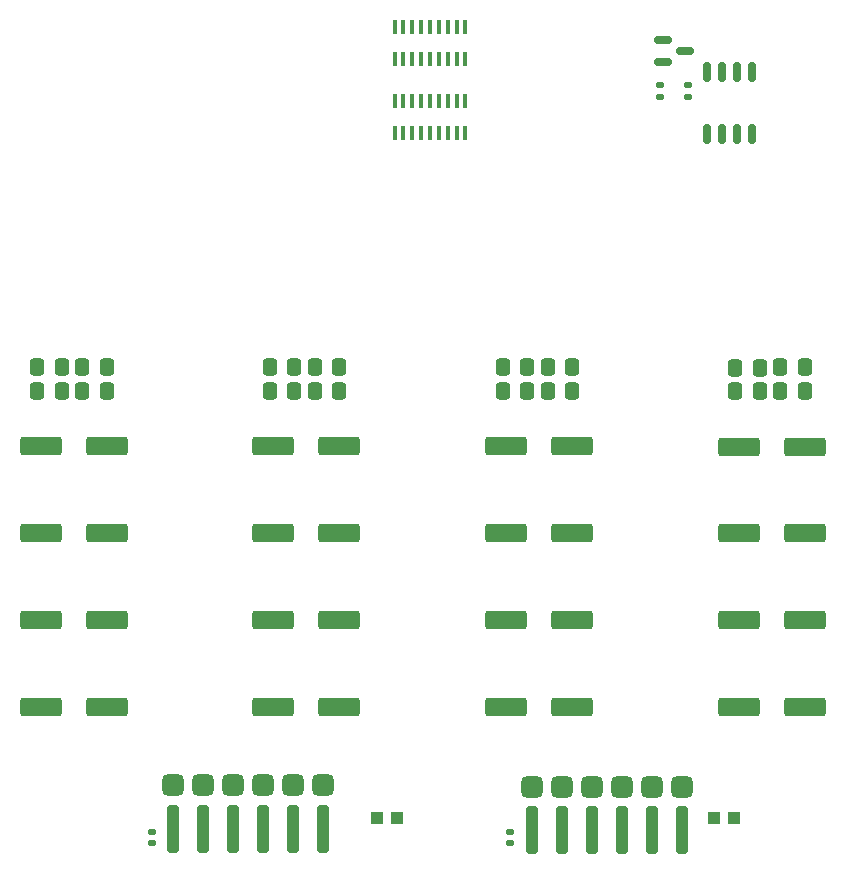
<source format=gbp>
G04 Layer: BottomSilkscreenLayer*
G04 EasyEDA v6.5.25, 2023-03-20 21:11:36*
**********************************至少这一行要换成自己的************************************
G04 Gerber Generator version 0.2*
G04 Scale: 100 percent, Rotated: No, Reflected: No *
G04 Dimensions in millimeters  *
G04 leading zeros omitted , absolute positions ,3 integer and 6 decimal *
G04 #@! TF.GenerationSoftware,KiCad,Pcbnew,7.0.9*
G04 #@! TF.CreationDate,2024-04-10T09:45:46+08:00*
G04 #@! TF.ProjectId,6__ 2.5_NAS,36d84d20-322e-435f-984e-41532e6b6963,0.3*
G04 #@! TF.SameCoordinates,PXbbc77c0PY26f37c0*
G04 #@! TF.FileFunction,Paste,Bot*
G04 #@! TF.FilePolarity,Positive*
%FSLAX45Y45*%
G04 Gerber Fmt 4.5, Leading zero omitted, Abs format (unit mm)*
G04 Created by KiCad (PCBNEW 7.0.9) date 2024-04-10 09:45:46*
%MOMM*%
%LPD*%
G01*
G04 APERTURE LIST*
G04 Aperture macros list*
%AMRoundRect*
0 Rectangle with rounded corners*
0 $1 Rounding radius*
0 $2 $3 $4 $5 $6 $7 $8 $9 X,Y pos of 4 corners*
0 Add a 4 corners polygon primitive as box body*
4,1,4,$2,$3,$4,$5,$6,$7,$8,$9,$2,$3,0*
0 Add four circle primitives for the rounded corners*
1,1,$1+$1,$2,$3*
1,1,$1+$1,$4,$5*
1,1,$1+$1,$6,$7*
1,1,$1+$1,$8,$9*
0 Add four rect primitives between the rounded corners*
20,1,$1+$1,$2,$3,$4,$5,0*
20,1,$1+$1,$4,$5,$6,$7,0*
20,1,$1+$1,$6,$7,$8,$9,0*
20,1,$1+$1,$8,$9,$2,$3,0*%
G04 Aperture macros list end*
%ADD10RoundRect,0.147500X-0.172500X0.147500X-0.172500X-0.147500X0.172500X-0.147500X0.172500X0.147500X0*%
%ADD11R,1.000000X1.000000*%
%ADD12RoundRect,0.150000X-0.150000X0.675000X-0.150000X-0.675000X0.150000X-0.675000X0.150000X0.675000X0*%
%ADD13RoundRect,0.150000X-0.587500X-0.150000X0.587500X-0.150000X0.587500X0.150000X-0.587500X0.150000X0*%
%ADD14RoundRect,0.250000X1.500000X0.550000X-1.500000X0.550000X-1.500000X-0.550000X1.500000X-0.550000X0*%
%ADD15RoundRect,0.250000X-0.337500X-0.475000X0.337500X-0.475000X0.337500X0.475000X-0.337500X0.475000X0*%
%ADD16R,0.350000X1.200000*%
%ADD17RoundRect,0.250000X0.337500X0.475000X-0.337500X0.475000X-0.337500X-0.475000X0.337500X-0.475000X0*%
%ADD18RoundRect,0.254000X-0.254000X-1.752600X0.254000X-1.752600X0.254000X1.752600X-0.254000X1.752600X0*%
%ADD19RoundRect,0.457200X-0.457200X-0.457200X0.457200X-0.457200X0.457200X0.457200X-0.457200X0.457200X0*%
G04 APERTURE END LIST*
D10*
G04 #@! TO.C,200R*
X2783840Y388380D03*
X2783840Y485380D03*
G04 #@! TD*
G04 #@! TO.C,4K*
X3017520Y387200D03*
X3017520Y484200D03*
G04 #@! TD*
G04 #@! TO.C,R4*
X1513840Y-5933680D03*
X1513840Y-5836680D03*
G04 #@! TD*
G04 #@! TO.C,R1*
X-1518920Y-5933680D03*
X-1518920Y-5836680D03*
G04 #@! TD*
D11*
G04 #@! TO.C,R5*
X3404780Y-5722620D03*
X3234780Y-5722620D03*
G04 #@! TD*
G04 #@! TO.C,R5*
X382360Y-5722620D03*
X552360Y-5722620D03*
G04 #@! TD*
D12*
G04 #@! TO.C,REF\u002A\u002A*
X3180080Y600320D03*
X3307080Y600320D03*
X3434080Y600320D03*
X3561080Y600320D03*
X3561080Y75320D03*
X3434080Y75320D03*
X3307080Y75320D03*
X3180080Y75320D03*
G04 #@! TD*
D13*
G04 #@! TO.C,REF\u002A\u002A*
X2806930Y679700D03*
X2806930Y869700D03*
X2994430Y774700D03*
G04 #@! TD*
D14*
G04 #@! TO.C,C35*
X66640Y-4777740D03*
X-493360Y-4777740D03*
G04 #@! TD*
D15*
G04 #@! TO.C,C22*
X1448190Y-2105660D03*
X1655690Y-2105660D03*
G04 #@! TD*
D14*
G04 #@! TO.C,C36*
X66640Y-3307080D03*
X-493360Y-3307080D03*
G04 #@! TD*
G04 #@! TO.C,C6*
X4006180Y-2575560D03*
X3446180Y-2575560D03*
G04 #@! TD*
D16*
G04 #@! TO.C,J3*
X1133120Y81820D03*
X1058120Y81820D03*
X983120Y81820D03*
X908120Y81820D03*
X833120Y81820D03*
X758120Y81820D03*
X683120Y81820D03*
X608120Y81820D03*
X533120Y81820D03*
X1133120Y351820D03*
X1058120Y351820D03*
X983120Y351820D03*
X908120Y351820D03*
X833120Y351820D03*
X758120Y351820D03*
X683120Y351820D03*
X608120Y351820D03*
X533120Y351820D03*
X1133120Y704820D03*
X1058120Y704820D03*
X983120Y704820D03*
X908120Y704820D03*
X833120Y704820D03*
X758120Y704820D03*
X683120Y704820D03*
X608120Y704820D03*
X533120Y704820D03*
X1133120Y974820D03*
X1058120Y974820D03*
X983120Y974820D03*
X908120Y974820D03*
X833120Y974820D03*
X758120Y974820D03*
X683120Y974820D03*
X608120Y974820D03*
X533120Y974820D03*
G04 #@! TD*
D15*
G04 #@! TO.C,C14*
X1448580Y-1902460D03*
X1656080Y-1902460D03*
G04 #@! TD*
D17*
G04 #@! TO.C,C20*
X-1902850Y-1902460D03*
X-2110350Y-1902460D03*
G04 #@! TD*
D15*
G04 #@! TO.C,C24*
X3416690Y-2106940D03*
X3624190Y-2106940D03*
G04 #@! TD*
D14*
G04 #@! TO.C,C5*
X4008720Y-4043680D03*
X3448720Y-4043680D03*
G04 #@! TD*
G04 #@! TO.C,C38*
X4006180Y-3309620D03*
X3446180Y-3309620D03*
G04 #@! TD*
G04 #@! TO.C,C3*
X66640Y-4041140D03*
X-493360Y-4041140D03*
G04 #@! TD*
D15*
G04 #@! TO.C,C16*
X3416690Y-1905000D03*
X3624190Y-1905000D03*
G04 #@! TD*
D17*
G04 #@! TO.C,C48*
X4007340Y-1903740D03*
X3799840Y-1903740D03*
G04 #@! TD*
D14*
G04 #@! TO.C,C8*
X2037680Y-2573020D03*
X1477680Y-2573020D03*
G04 #@! TD*
D18*
G04 #@! TO.C,U1*
X-68580Y-5811876D03*
D19*
X-68580Y-5442864D03*
D18*
X-322580Y-5811876D03*
D19*
X-322580Y-5442864D03*
D18*
X-576580Y-5811876D03*
D19*
X-576580Y-5442864D03*
D18*
X-830580Y-5811876D03*
D19*
X-830580Y-5442864D03*
D18*
X-1084580Y-5811876D03*
D19*
X-1084580Y-5442864D03*
D18*
X-1338580Y-5811876D03*
D19*
X-1338580Y-5442864D03*
G04 #@! TD*
D15*
G04 #@! TO.C,C42*
X-522850Y-1902460D03*
X-315350Y-1902460D03*
G04 #@! TD*
G04 #@! TO.C,C44*
X-2491350Y-1902460D03*
X-2283850Y-1902460D03*
G04 #@! TD*
D17*
G04 #@! TO.C,C12*
X-1902850Y-2103120D03*
X-2110350Y-2103120D03*
G04 #@! TD*
D14*
G04 #@! TO.C,C39*
X2037680Y-4777740D03*
X1477680Y-4777740D03*
G04 #@! TD*
D17*
G04 #@! TO.C,C26*
X65650Y-2103120D03*
X-141850Y-2103120D03*
G04 #@! TD*
D14*
G04 #@! TO.C,C7*
X2039512Y-4041140D03*
X1479512Y-4041140D03*
G04 #@! TD*
D17*
G04 #@! TO.C,C46*
X2036690Y-2105660D03*
X1829190Y-2105660D03*
G04 #@! TD*
D14*
G04 #@! TO.C,C40*
X2037680Y-3307080D03*
X1477680Y-3307080D03*
G04 #@! TD*
G04 #@! TO.C,C37*
X4008720Y-4777740D03*
X3448720Y-4777740D03*
G04 #@! TD*
G04 #@! TO.C,C4*
X66640Y-2570480D03*
X-493360Y-2570480D03*
G04 #@! TD*
D18*
G04 #@! TO.C,U2*
X2966720Y-5824576D03*
D19*
X2966720Y-5455564D03*
D18*
X2712720Y-5824576D03*
D19*
X2712720Y-5455564D03*
D18*
X2458720Y-5824576D03*
D19*
X2458720Y-5455564D03*
D18*
X2204720Y-5824576D03*
D19*
X2204720Y-5455564D03*
D18*
X1950720Y-5824576D03*
D19*
X1950720Y-5455564D03*
D18*
X1696720Y-5824576D03*
D19*
X1696720Y-5455564D03*
G04 #@! TD*
D14*
G04 #@! TO.C,C33*
X-1901860Y-4777740D03*
X-2461860Y-4777740D03*
G04 #@! TD*
D15*
G04 #@! TO.C,C28*
X-2491350Y-2103120D03*
X-2283850Y-2103120D03*
G04 #@! TD*
D17*
G04 #@! TO.C,C32*
X4007340Y-2106940D03*
X3799840Y-2106940D03*
G04 #@! TD*
D14*
G04 #@! TO.C,C1*
X-1899320Y-4038600D03*
X-2459320Y-4038600D03*
G04 #@! TD*
D17*
G04 #@! TO.C,C10*
X65650Y-1902460D03*
X-141850Y-1902460D03*
G04 #@! TD*
D14*
G04 #@! TO.C,C2*
X-1901860Y-2570480D03*
X-2461860Y-2570480D03*
G04 #@! TD*
G04 #@! TO.C,C34*
X-1901860Y-3304540D03*
X-2461860Y-3304540D03*
G04 #@! TD*
D17*
G04 #@! TO.C,C30*
X2036690Y-1902460D03*
X1829190Y-1902460D03*
G04 #@! TD*
D15*
G04 #@! TO.C,C18*
X-522850Y-2103120D03*
X-315350Y-2103120D03*
G04 #@! TD*
M02*

</source>
